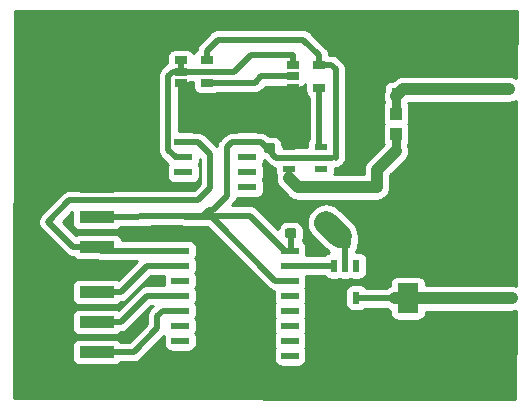
<source format=gbr>
G04 #@! TF.GenerationSoftware,KiCad,Pcbnew,5.1.5+dfsg1-2~bpo9+1*
G04 #@! TF.CreationDate,2021-01-21T19:04:52-05:00*
G04 #@! TF.ProjectId,delay_line,64656c61-795f-46c6-996e-652e6b696361,rev?*
G04 #@! TF.SameCoordinates,PX4c02020PY5867d60*
G04 #@! TF.FileFunction,Copper,L1,Top*
G04 #@! TF.FilePolarity,Positive*
%FSLAX46Y46*%
G04 Gerber Fmt 4.6, Leading zero omitted, Abs format (unit mm)*
G04 Created by KiCad (PCBNEW 5.1.5+dfsg1-2~bpo9+1) date 2021-01-21 19:04:52*
%MOMM*%
%LPD*%
G04 APERTURE LIST*
%ADD10R,0.797560X1.198880*%
%ADD11R,0.998220X1.099820*%
%ADD12C,0.150000*%
%ADD13R,1.500000X0.600000*%
%ADD14R,1.800000X2.500000*%
%ADD15R,1.550000X0.600000*%
%ADD16R,1.060000X0.650000*%
%ADD17R,2.999740X0.998220*%
%ADD18R,2.470000X2.800000*%
%ADD19R,1.050000X0.600000*%
%ADD20R,0.600000X1.050000*%
%ADD21C,0.500000*%
%ADD22C,2.000000*%
%ADD23C,1.000000*%
%ADD24C,0.750000*%
%ADD25C,0.254000*%
G04 APERTURE END LIST*
D10*
X30600840Y-7300000D03*
X32399160Y-7300000D03*
D11*
X32400000Y-8851640D03*
X32400000Y-10548360D03*
G04 #@! TA.AperFunction,SMDPad,CuDef*
D12*
G36*
X28352691Y-19326053D02*
G01*
X28373926Y-19329203D01*
X28394750Y-19334419D01*
X28414962Y-19341651D01*
X28434368Y-19350830D01*
X28452781Y-19361866D01*
X28470024Y-19374654D01*
X28485930Y-19389070D01*
X28500346Y-19404976D01*
X28513134Y-19422219D01*
X28524170Y-19440632D01*
X28533349Y-19460038D01*
X28540581Y-19480250D01*
X28545797Y-19501074D01*
X28548947Y-19522309D01*
X28550000Y-19543750D01*
X28550000Y-20056250D01*
X28548947Y-20077691D01*
X28545797Y-20098926D01*
X28540581Y-20119750D01*
X28533349Y-20139962D01*
X28524170Y-20159368D01*
X28513134Y-20177781D01*
X28500346Y-20195024D01*
X28485930Y-20210930D01*
X28470024Y-20225346D01*
X28452781Y-20238134D01*
X28434368Y-20249170D01*
X28414962Y-20258349D01*
X28394750Y-20265581D01*
X28373926Y-20270797D01*
X28352691Y-20273947D01*
X28331250Y-20275000D01*
X27893750Y-20275000D01*
X27872309Y-20273947D01*
X27851074Y-20270797D01*
X27830250Y-20265581D01*
X27810038Y-20258349D01*
X27790632Y-20249170D01*
X27772219Y-20238134D01*
X27754976Y-20225346D01*
X27739070Y-20210930D01*
X27724654Y-20195024D01*
X27711866Y-20177781D01*
X27700830Y-20159368D01*
X27691651Y-20139962D01*
X27684419Y-20119750D01*
X27679203Y-20098926D01*
X27676053Y-20077691D01*
X27675000Y-20056250D01*
X27675000Y-19543750D01*
X27676053Y-19522309D01*
X27679203Y-19501074D01*
X27684419Y-19480250D01*
X27691651Y-19460038D01*
X27700830Y-19440632D01*
X27711866Y-19422219D01*
X27724654Y-19404976D01*
X27739070Y-19389070D01*
X27754976Y-19374654D01*
X27772219Y-19361866D01*
X27790632Y-19350830D01*
X27810038Y-19341651D01*
X27830250Y-19334419D01*
X27851074Y-19329203D01*
X27872309Y-19326053D01*
X27893750Y-19325000D01*
X28331250Y-19325000D01*
X28352691Y-19326053D01*
G37*
G04 #@! TD.AperFunction*
G04 #@! TA.AperFunction,SMDPad,CuDef*
G36*
X29927691Y-19326053D02*
G01*
X29948926Y-19329203D01*
X29969750Y-19334419D01*
X29989962Y-19341651D01*
X30009368Y-19350830D01*
X30027781Y-19361866D01*
X30045024Y-19374654D01*
X30060930Y-19389070D01*
X30075346Y-19404976D01*
X30088134Y-19422219D01*
X30099170Y-19440632D01*
X30108349Y-19460038D01*
X30115581Y-19480250D01*
X30120797Y-19501074D01*
X30123947Y-19522309D01*
X30125000Y-19543750D01*
X30125000Y-20056250D01*
X30123947Y-20077691D01*
X30120797Y-20098926D01*
X30115581Y-20119750D01*
X30108349Y-20139962D01*
X30099170Y-20159368D01*
X30088134Y-20177781D01*
X30075346Y-20195024D01*
X30060930Y-20210930D01*
X30045024Y-20225346D01*
X30027781Y-20238134D01*
X30009368Y-20249170D01*
X29989962Y-20258349D01*
X29969750Y-20265581D01*
X29948926Y-20270797D01*
X29927691Y-20273947D01*
X29906250Y-20275000D01*
X29468750Y-20275000D01*
X29447309Y-20273947D01*
X29426074Y-20270797D01*
X29405250Y-20265581D01*
X29385038Y-20258349D01*
X29365632Y-20249170D01*
X29347219Y-20238134D01*
X29329976Y-20225346D01*
X29314070Y-20210930D01*
X29299654Y-20195024D01*
X29286866Y-20177781D01*
X29275830Y-20159368D01*
X29266651Y-20139962D01*
X29259419Y-20119750D01*
X29254203Y-20098926D01*
X29251053Y-20077691D01*
X29250000Y-20056250D01*
X29250000Y-19543750D01*
X29251053Y-19522309D01*
X29254203Y-19501074D01*
X29259419Y-19480250D01*
X29266651Y-19460038D01*
X29275830Y-19440632D01*
X29286866Y-19422219D01*
X29299654Y-19404976D01*
X29314070Y-19389070D01*
X29329976Y-19374654D01*
X29347219Y-19361866D01*
X29365632Y-19350830D01*
X29385038Y-19341651D01*
X29405250Y-19334419D01*
X29426074Y-19329203D01*
X29447309Y-19326053D01*
X29468750Y-19325000D01*
X29906250Y-19325000D01*
X29927691Y-19326053D01*
G37*
G04 #@! TD.AperFunction*
D13*
X14150000Y-20455000D03*
X14150000Y-21725000D03*
X14150000Y-22995000D03*
X14150000Y-24265000D03*
X14150000Y-25535000D03*
X14150000Y-26805000D03*
X14150000Y-28075000D03*
X14150000Y-29345000D03*
X23450000Y-29345000D03*
X23450000Y-28075000D03*
X23450000Y-26805000D03*
X23450000Y-25535000D03*
X23450000Y-24265000D03*
X23450000Y-22995000D03*
X23450000Y-21725000D03*
X23450000Y-20455000D03*
D14*
X33400000Y-24500000D03*
X33400000Y-28500000D03*
G04 #@! TA.AperFunction,SMDPad,CuDef*
D12*
G36*
X21977691Y-11351053D02*
G01*
X21998926Y-11354203D01*
X22019750Y-11359419D01*
X22039962Y-11366651D01*
X22059368Y-11375830D01*
X22077781Y-11386866D01*
X22095024Y-11399654D01*
X22110930Y-11414070D01*
X22125346Y-11429976D01*
X22138134Y-11447219D01*
X22149170Y-11465632D01*
X22158349Y-11485038D01*
X22165581Y-11505250D01*
X22170797Y-11526074D01*
X22173947Y-11547309D01*
X22175000Y-11568750D01*
X22175000Y-12006250D01*
X22173947Y-12027691D01*
X22170797Y-12048926D01*
X22165581Y-12069750D01*
X22158349Y-12089962D01*
X22149170Y-12109368D01*
X22138134Y-12127781D01*
X22125346Y-12145024D01*
X22110930Y-12160930D01*
X22095024Y-12175346D01*
X22077781Y-12188134D01*
X22059368Y-12199170D01*
X22039962Y-12208349D01*
X22019750Y-12215581D01*
X21998926Y-12220797D01*
X21977691Y-12223947D01*
X21956250Y-12225000D01*
X21443750Y-12225000D01*
X21422309Y-12223947D01*
X21401074Y-12220797D01*
X21380250Y-12215581D01*
X21360038Y-12208349D01*
X21340632Y-12199170D01*
X21322219Y-12188134D01*
X21304976Y-12175346D01*
X21289070Y-12160930D01*
X21274654Y-12145024D01*
X21261866Y-12127781D01*
X21250830Y-12109368D01*
X21241651Y-12089962D01*
X21234419Y-12069750D01*
X21229203Y-12048926D01*
X21226053Y-12027691D01*
X21225000Y-12006250D01*
X21225000Y-11568750D01*
X21226053Y-11547309D01*
X21229203Y-11526074D01*
X21234419Y-11505250D01*
X21241651Y-11485038D01*
X21250830Y-11465632D01*
X21261866Y-11447219D01*
X21274654Y-11429976D01*
X21289070Y-11414070D01*
X21304976Y-11399654D01*
X21322219Y-11386866D01*
X21340632Y-11375830D01*
X21360038Y-11366651D01*
X21380250Y-11359419D01*
X21401074Y-11354203D01*
X21422309Y-11351053D01*
X21443750Y-11350000D01*
X21956250Y-11350000D01*
X21977691Y-11351053D01*
G37*
G04 #@! TD.AperFunction*
G04 #@! TA.AperFunction,SMDPad,CuDef*
G36*
X21977691Y-9776053D02*
G01*
X21998926Y-9779203D01*
X22019750Y-9784419D01*
X22039962Y-9791651D01*
X22059368Y-9800830D01*
X22077781Y-9811866D01*
X22095024Y-9824654D01*
X22110930Y-9839070D01*
X22125346Y-9854976D01*
X22138134Y-9872219D01*
X22149170Y-9890632D01*
X22158349Y-9910038D01*
X22165581Y-9930250D01*
X22170797Y-9951074D01*
X22173947Y-9972309D01*
X22175000Y-9993750D01*
X22175000Y-10431250D01*
X22173947Y-10452691D01*
X22170797Y-10473926D01*
X22165581Y-10494750D01*
X22158349Y-10514962D01*
X22149170Y-10534368D01*
X22138134Y-10552781D01*
X22125346Y-10570024D01*
X22110930Y-10585930D01*
X22095024Y-10600346D01*
X22077781Y-10613134D01*
X22059368Y-10624170D01*
X22039962Y-10633349D01*
X22019750Y-10640581D01*
X21998926Y-10645797D01*
X21977691Y-10648947D01*
X21956250Y-10650000D01*
X21443750Y-10650000D01*
X21422309Y-10648947D01*
X21401074Y-10645797D01*
X21380250Y-10640581D01*
X21360038Y-10633349D01*
X21340632Y-10624170D01*
X21322219Y-10613134D01*
X21304976Y-10600346D01*
X21289070Y-10585930D01*
X21274654Y-10570024D01*
X21261866Y-10552781D01*
X21250830Y-10534368D01*
X21241651Y-10514962D01*
X21234419Y-10494750D01*
X21229203Y-10473926D01*
X21226053Y-10452691D01*
X21225000Y-10431250D01*
X21225000Y-9993750D01*
X21226053Y-9972309D01*
X21229203Y-9951074D01*
X21234419Y-9930250D01*
X21241651Y-9910038D01*
X21250830Y-9890632D01*
X21261866Y-9872219D01*
X21274654Y-9854976D01*
X21289070Y-9839070D01*
X21304976Y-9824654D01*
X21322219Y-9811866D01*
X21340632Y-9800830D01*
X21360038Y-9791651D01*
X21380250Y-9784419D01*
X21401074Y-9779203D01*
X21422309Y-9776053D01*
X21443750Y-9775000D01*
X21956250Y-9775000D01*
X21977691Y-9776053D01*
G37*
G04 #@! TD.AperFunction*
D15*
X14400000Y-11295000D03*
X14400000Y-12565000D03*
X14400000Y-13835000D03*
X14400000Y-15105000D03*
X19800000Y-15105000D03*
X19800000Y-13835000D03*
X19800000Y-12565000D03*
X19800000Y-11295000D03*
G04 #@! TA.AperFunction,SMDPad,CuDef*
D12*
G36*
X23777691Y-18551053D02*
G01*
X23798926Y-18554203D01*
X23819750Y-18559419D01*
X23839962Y-18566651D01*
X23859368Y-18575830D01*
X23877781Y-18586866D01*
X23895024Y-18599654D01*
X23910930Y-18614070D01*
X23925346Y-18629976D01*
X23938134Y-18647219D01*
X23949170Y-18665632D01*
X23958349Y-18685038D01*
X23965581Y-18705250D01*
X23970797Y-18726074D01*
X23973947Y-18747309D01*
X23975000Y-18768750D01*
X23975000Y-19206250D01*
X23973947Y-19227691D01*
X23970797Y-19248926D01*
X23965581Y-19269750D01*
X23958349Y-19289962D01*
X23949170Y-19309368D01*
X23938134Y-19327781D01*
X23925346Y-19345024D01*
X23910930Y-19360930D01*
X23895024Y-19375346D01*
X23877781Y-19388134D01*
X23859368Y-19399170D01*
X23839962Y-19408349D01*
X23819750Y-19415581D01*
X23798926Y-19420797D01*
X23777691Y-19423947D01*
X23756250Y-19425000D01*
X23243750Y-19425000D01*
X23222309Y-19423947D01*
X23201074Y-19420797D01*
X23180250Y-19415581D01*
X23160038Y-19408349D01*
X23140632Y-19399170D01*
X23122219Y-19388134D01*
X23104976Y-19375346D01*
X23089070Y-19360930D01*
X23074654Y-19345024D01*
X23061866Y-19327781D01*
X23050830Y-19309368D01*
X23041651Y-19289962D01*
X23034419Y-19269750D01*
X23029203Y-19248926D01*
X23026053Y-19227691D01*
X23025000Y-19206250D01*
X23025000Y-18768750D01*
X23026053Y-18747309D01*
X23029203Y-18726074D01*
X23034419Y-18705250D01*
X23041651Y-18685038D01*
X23050830Y-18665632D01*
X23061866Y-18647219D01*
X23074654Y-18629976D01*
X23089070Y-18614070D01*
X23104976Y-18599654D01*
X23122219Y-18586866D01*
X23140632Y-18575830D01*
X23160038Y-18566651D01*
X23180250Y-18559419D01*
X23201074Y-18554203D01*
X23222309Y-18551053D01*
X23243750Y-18550000D01*
X23756250Y-18550000D01*
X23777691Y-18551053D01*
G37*
G04 #@! TD.AperFunction*
G04 #@! TA.AperFunction,SMDPad,CuDef*
G36*
X23777691Y-16976053D02*
G01*
X23798926Y-16979203D01*
X23819750Y-16984419D01*
X23839962Y-16991651D01*
X23859368Y-17000830D01*
X23877781Y-17011866D01*
X23895024Y-17024654D01*
X23910930Y-17039070D01*
X23925346Y-17054976D01*
X23938134Y-17072219D01*
X23949170Y-17090632D01*
X23958349Y-17110038D01*
X23965581Y-17130250D01*
X23970797Y-17151074D01*
X23973947Y-17172309D01*
X23975000Y-17193750D01*
X23975000Y-17631250D01*
X23973947Y-17652691D01*
X23970797Y-17673926D01*
X23965581Y-17694750D01*
X23958349Y-17714962D01*
X23949170Y-17734368D01*
X23938134Y-17752781D01*
X23925346Y-17770024D01*
X23910930Y-17785930D01*
X23895024Y-17800346D01*
X23877781Y-17813134D01*
X23859368Y-17824170D01*
X23839962Y-17833349D01*
X23819750Y-17840581D01*
X23798926Y-17845797D01*
X23777691Y-17848947D01*
X23756250Y-17850000D01*
X23243750Y-17850000D01*
X23222309Y-17848947D01*
X23201074Y-17845797D01*
X23180250Y-17840581D01*
X23160038Y-17833349D01*
X23140632Y-17824170D01*
X23122219Y-17813134D01*
X23104976Y-17800346D01*
X23089070Y-17785930D01*
X23074654Y-17770024D01*
X23061866Y-17752781D01*
X23050830Y-17734368D01*
X23041651Y-17714962D01*
X23034419Y-17694750D01*
X23029203Y-17673926D01*
X23026053Y-17652691D01*
X23025000Y-17631250D01*
X23025000Y-17193750D01*
X23026053Y-17172309D01*
X23029203Y-17151074D01*
X23034419Y-17130250D01*
X23041651Y-17110038D01*
X23050830Y-17090632D01*
X23061866Y-17072219D01*
X23074654Y-17054976D01*
X23089070Y-17039070D01*
X23104976Y-17024654D01*
X23122219Y-17011866D01*
X23140632Y-17000830D01*
X23160038Y-16991651D01*
X23180250Y-16984419D01*
X23201074Y-16979203D01*
X23222309Y-16976053D01*
X23243750Y-16975000D01*
X23756250Y-16975000D01*
X23777691Y-16976053D01*
G37*
G04 #@! TD.AperFunction*
D16*
X14200000Y-4350000D03*
X14200000Y-5300000D03*
X14200000Y-6250000D03*
X16400000Y-6250000D03*
X16400000Y-4350000D03*
D17*
X7100000Y-15060000D03*
X7100000Y-17600000D03*
X7100000Y-20140000D03*
D16*
X23700000Y-4750000D03*
X23700000Y-5700000D03*
X23700000Y-6650000D03*
X25900000Y-6650000D03*
X25900000Y-4750000D03*
D17*
X7100000Y-23960000D03*
X7100000Y-26500000D03*
X7100000Y-29040000D03*
D18*
X10425000Y-8800000D03*
X15800000Y-8800000D03*
D19*
X23350000Y-13550000D03*
X23350000Y-11650000D03*
X26050000Y-11650000D03*
X26050000Y-12600000D03*
X26050000Y-13550000D03*
D20*
X29050000Y-24450000D03*
X27150000Y-24450000D03*
X27150000Y-21750000D03*
X28100000Y-21750000D03*
X29050000Y-21750000D03*
D21*
X18100000Y-11720000D02*
X18525000Y-11295000D01*
X23450000Y-22995000D02*
X22200000Y-22995000D01*
X23000000Y-20455000D02*
X20045000Y-17500000D01*
X16805000Y-17600000D02*
X14700000Y-17600000D01*
X27300000Y-12574999D02*
X27300000Y-5120000D01*
X24575000Y-2600000D02*
X25900000Y-3925000D01*
X23450000Y-20455000D02*
X23000000Y-20455000D01*
X27025001Y-12574999D02*
X27000000Y-12600000D01*
X18100000Y-15800000D02*
X18100000Y-11720000D01*
X14700000Y-17600000D02*
X14200000Y-17500000D01*
X20975000Y-11295000D02*
X20500000Y-11295000D01*
X22280000Y-12600000D02*
X20975000Y-11295000D01*
X19800000Y-11295000D02*
X18525000Y-11295000D01*
X27300000Y-5120000D02*
X26930000Y-4750000D01*
X22200000Y-22995000D02*
X16805000Y-17600000D01*
X16900000Y-17000000D02*
X18100000Y-15800000D01*
X16400000Y-3525000D02*
X17325000Y-2600000D01*
X16400000Y-4350000D02*
X16400000Y-3525000D01*
X20045000Y-17500000D02*
X14200000Y-17500000D01*
X23500000Y-20405000D02*
X23450000Y-20455000D01*
X17325000Y-2600000D02*
X24575000Y-2600000D01*
X26930000Y-4750000D02*
X25900000Y-4750000D01*
X26050000Y-12600000D02*
X22280000Y-12600000D01*
X14200000Y-17500000D02*
X7100000Y-17600000D01*
X16000000Y-17600000D02*
X14700000Y-17600000D01*
X16600000Y-17000000D02*
X16900000Y-17000000D01*
X23500000Y-18987500D02*
X23500000Y-20405000D01*
X16600000Y-17000000D02*
X16000000Y-17600000D01*
X27000000Y-12600000D02*
X26050000Y-12600000D01*
X25900000Y-3925000D02*
X25900000Y-4750000D01*
X14400000Y-15105000D02*
X7145000Y-15105000D01*
X7145000Y-15105000D02*
X7100000Y-15060000D01*
X28100000Y-21750000D02*
X28100000Y-19812500D01*
D22*
X27625000Y-19225000D02*
X26500000Y-18100000D01*
D21*
X28100000Y-19812500D02*
X28112500Y-19800000D01*
D23*
X28112500Y-19800000D02*
X28112500Y-19325000D01*
X32300000Y-24500000D02*
X37500000Y-24500000D01*
D21*
X33400000Y-24500000D02*
X32300000Y-24500000D01*
X29100000Y-24500000D02*
X29050000Y-24450000D01*
D23*
X37500000Y-24500000D02*
X41300000Y-24500000D01*
D21*
X32300000Y-24500000D02*
X29100000Y-24500000D01*
D23*
X37500000Y-24500000D02*
X38000000Y-24500000D01*
X40700000Y-24500000D02*
X42200000Y-24500000D01*
D21*
X2960130Y-18000000D02*
X5100130Y-20140000D01*
X15639870Y-16200000D02*
X4760130Y-16200000D01*
X16700000Y-15139870D02*
X15639870Y-16200000D01*
X14400000Y-11295000D02*
X15675000Y-11295000D01*
X14150000Y-20455000D02*
X7415000Y-20455000D01*
X7415000Y-20455000D02*
X7100000Y-20140000D01*
X4760130Y-16200000D02*
X2960130Y-18000000D01*
X15675000Y-11295000D02*
X16700000Y-12320000D01*
X16700000Y-12320000D02*
X16700000Y-15139870D01*
X5100130Y-20140000D02*
X7100000Y-20140000D01*
X12900000Y-21725000D02*
X14150000Y-21725000D01*
X11334870Y-21725000D02*
X12900000Y-21725000D01*
X7100000Y-23960000D02*
X9099870Y-23960000D01*
X9099870Y-23960000D02*
X11334870Y-21725000D01*
X9099870Y-26500000D02*
X11334870Y-24265000D01*
X12900000Y-24265000D02*
X14150000Y-24265000D01*
X7100000Y-26500000D02*
X9099870Y-26500000D01*
X11334870Y-24265000D02*
X12900000Y-24265000D01*
X12665000Y-25535000D02*
X14150000Y-25535000D01*
X12200000Y-26000000D02*
X12665000Y-25535000D01*
X10195000Y-29040000D02*
X12200000Y-27035000D01*
X12200000Y-27035000D02*
X12200000Y-26000000D01*
X7100000Y-29040000D02*
X10195000Y-29040000D01*
X27125000Y-21725000D02*
X27150000Y-21750000D01*
X23450000Y-21725000D02*
X27125000Y-21725000D01*
X20100000Y-3900000D02*
X18700000Y-5300000D01*
X18700000Y-5300000D02*
X15230000Y-5300000D01*
X13765000Y-12565000D02*
X14400000Y-12565000D01*
X13125000Y-11925000D02*
X13765000Y-12565000D01*
X23700000Y-3925000D02*
X23675000Y-3900000D01*
X23675000Y-3900000D02*
X20100000Y-3900000D01*
X23700000Y-4750000D02*
X23700000Y-3925000D01*
X15230000Y-5300000D02*
X14200000Y-5300000D01*
X13484998Y-5300000D02*
X13125000Y-5659998D01*
X14200000Y-5300000D02*
X13484998Y-5300000D01*
X13125000Y-5659998D02*
X13125000Y-11925000D01*
X14200000Y-4350000D02*
X14200000Y-5300000D01*
X16400000Y-6250000D02*
X20450000Y-6250000D01*
X20450000Y-6250000D02*
X21000000Y-5700000D01*
X23024961Y-5700000D02*
X23700000Y-5700000D01*
X21000000Y-5700000D02*
X23024961Y-5700000D01*
X25900000Y-11500000D02*
X26050000Y-11650000D01*
X25900000Y-8750000D02*
X25900000Y-11500000D01*
X25900000Y-8750000D02*
X25900000Y-6650000D01*
D23*
X30800000Y-13600000D02*
X30800000Y-15100000D01*
X39800000Y-6800000D02*
X33000000Y-6800000D01*
X32400000Y-12000000D02*
X30800000Y-13600000D01*
X33000000Y-6800000D02*
X32400000Y-7400000D01*
D24*
X32399160Y-8850800D02*
X32400000Y-8851640D01*
X32399160Y-7300000D02*
X32399160Y-8850800D01*
D23*
X39000000Y-6800000D02*
X42000000Y-6800000D01*
D24*
X32400000Y-10548360D02*
X32400000Y-12000000D01*
D21*
X23350000Y-13550000D02*
X23350000Y-14350000D01*
D23*
X24100000Y-15100000D02*
X23350000Y-14350000D01*
X30800000Y-15100000D02*
X24100000Y-15100000D01*
D25*
G36*
X42622616Y-201925D02*
G01*
X42605539Y-5845776D01*
X42433371Y-5753750D01*
X42220931Y-5689307D01*
X42055365Y-5673000D01*
X33055354Y-5673000D01*
X32999999Y-5667548D01*
X32944645Y-5673000D01*
X32944635Y-5673000D01*
X32779069Y-5689307D01*
X32566629Y-5753750D01*
X32370843Y-5858400D01*
X32199235Y-5999235D01*
X32163940Y-6042242D01*
X32135655Y-6070527D01*
X32000380Y-6070527D01*
X31877467Y-6082633D01*
X31759277Y-6118485D01*
X31650352Y-6176707D01*
X31554879Y-6255059D01*
X31476527Y-6350532D01*
X31418305Y-6459457D01*
X31382453Y-6577647D01*
X31370347Y-6700560D01*
X31370347Y-6935579D01*
X31353750Y-6966630D01*
X31289308Y-7179070D01*
X31267548Y-7400000D01*
X31289308Y-7620930D01*
X31353750Y-7833370D01*
X31370347Y-7864421D01*
X31370347Y-7899440D01*
X31375734Y-7954139D01*
X31318815Y-8060627D01*
X31282963Y-8178817D01*
X31270857Y-8301730D01*
X31270857Y-9401550D01*
X31282963Y-9524463D01*
X31318815Y-9642653D01*
X31349468Y-9700000D01*
X31318815Y-9757347D01*
X31282963Y-9875537D01*
X31270857Y-9998450D01*
X31270857Y-11098270D01*
X31282963Y-11221183D01*
X31318815Y-11339373D01*
X31370365Y-11435816D01*
X30042241Y-12763941D01*
X29999235Y-12799235D01*
X29858400Y-12970843D01*
X29753750Y-13166630D01*
X29689307Y-13379070D01*
X29673000Y-13544636D01*
X29673000Y-13544646D01*
X29667548Y-13600000D01*
X29673000Y-13655354D01*
X29673000Y-13973000D01*
X27192901Y-13973000D01*
X27192927Y-13972913D01*
X27205033Y-13850000D01*
X27205033Y-13454266D01*
X27223392Y-13448697D01*
X27300000Y-13456242D01*
X27471921Y-13439309D01*
X27637236Y-13389161D01*
X27789591Y-13307726D01*
X27923133Y-13198132D01*
X28032727Y-13064591D01*
X28114162Y-12912236D01*
X28164310Y-12746921D01*
X28177000Y-12618078D01*
X28177000Y-5163079D01*
X28181243Y-5119999D01*
X28164310Y-4948077D01*
X28114162Y-4782763D01*
X28096650Y-4750000D01*
X28032727Y-4630408D01*
X27923133Y-4496867D01*
X27889668Y-4469403D01*
X27580597Y-4160332D01*
X27553133Y-4126867D01*
X27419592Y-4017273D01*
X27267237Y-3935838D01*
X27101922Y-3885690D01*
X26973079Y-3873000D01*
X26930000Y-3868757D01*
X26886921Y-3873000D01*
X26776121Y-3873000D01*
X26764310Y-3753077D01*
X26714162Y-3587763D01*
X26686408Y-3535838D01*
X26632727Y-3435408D01*
X26565161Y-3353078D01*
X26550594Y-3335328D01*
X26550592Y-3335326D01*
X26523133Y-3301867D01*
X26489675Y-3274409D01*
X25225597Y-2010331D01*
X25198133Y-1976867D01*
X25064592Y-1867273D01*
X24912237Y-1785838D01*
X24746922Y-1735690D01*
X24618079Y-1723000D01*
X24575000Y-1718757D01*
X24531921Y-1723000D01*
X17368079Y-1723000D01*
X17325000Y-1718757D01*
X17153077Y-1735690D01*
X16987763Y-1785838D01*
X16835408Y-1867273D01*
X16701867Y-1976867D01*
X16674403Y-2010332D01*
X15810327Y-2874408D01*
X15776868Y-2901867D01*
X15749409Y-2935326D01*
X15749406Y-2935329D01*
X15667274Y-3035408D01*
X15585838Y-3187764D01*
X15535690Y-3353078D01*
X15521169Y-3500507D01*
X15519972Y-3501147D01*
X15424499Y-3579499D01*
X15346147Y-3674972D01*
X15300000Y-3761306D01*
X15253853Y-3674972D01*
X15175501Y-3579499D01*
X15080028Y-3501147D01*
X14971103Y-3442925D01*
X14852913Y-3407073D01*
X14730000Y-3394967D01*
X13670000Y-3394967D01*
X13547087Y-3407073D01*
X13428897Y-3442925D01*
X13319972Y-3501147D01*
X13224499Y-3579499D01*
X13146147Y-3674972D01*
X13087925Y-3783897D01*
X13052073Y-3902087D01*
X13039967Y-4025000D01*
X13039967Y-4543455D01*
X12995406Y-4567273D01*
X12861865Y-4676867D01*
X12834404Y-4710329D01*
X12535332Y-5009401D01*
X12501867Y-5036865D01*
X12392273Y-5170407D01*
X12323004Y-5300001D01*
X12310838Y-5322762D01*
X12260690Y-5488076D01*
X12243757Y-5659998D01*
X12248000Y-5703078D01*
X12248001Y-11881910D01*
X12243757Y-11925000D01*
X12260690Y-12096922D01*
X12310838Y-12262236D01*
X12392274Y-12414592D01*
X12474406Y-12514671D01*
X12474409Y-12514674D01*
X12501868Y-12548133D01*
X12535327Y-12575592D01*
X13032948Y-13073213D01*
X13042925Y-13106103D01*
X13093114Y-13200000D01*
X13042925Y-13293897D01*
X13007073Y-13412087D01*
X12994967Y-13535000D01*
X12994967Y-14135000D01*
X13007073Y-14257913D01*
X13042925Y-14376103D01*
X13101147Y-14485028D01*
X13179499Y-14580501D01*
X13274972Y-14658853D01*
X13383897Y-14717075D01*
X13502087Y-14752927D01*
X13625000Y-14765033D01*
X15175000Y-14765033D01*
X15297913Y-14752927D01*
X15416103Y-14717075D01*
X15525028Y-14658853D01*
X15620501Y-14580501D01*
X15698853Y-14485028D01*
X15757075Y-14376103D01*
X15792927Y-14257913D01*
X15805033Y-14135000D01*
X15805033Y-13535000D01*
X15792927Y-13412087D01*
X15757075Y-13293897D01*
X15706886Y-13200000D01*
X15757075Y-13106103D01*
X15792927Y-12987913D01*
X15805033Y-12865000D01*
X15805033Y-12665299D01*
X15823000Y-12683266D01*
X15823001Y-14776604D01*
X15276605Y-15323000D01*
X4803199Y-15323000D01*
X4760129Y-15318758D01*
X4717060Y-15323000D01*
X4717051Y-15323000D01*
X4588208Y-15335690D01*
X4422893Y-15385838D01*
X4270538Y-15467273D01*
X4136997Y-15576867D01*
X4109536Y-15610329D01*
X2370453Y-17349412D01*
X2336998Y-17376868D01*
X2309542Y-17410323D01*
X2309536Y-17410329D01*
X2235946Y-17500000D01*
X2227404Y-17510408D01*
X2145968Y-17662764D01*
X2095820Y-17828078D01*
X2078887Y-18000000D01*
X2095820Y-18171922D01*
X2145968Y-18337236D01*
X2227404Y-18489592D01*
X2309536Y-18589671D01*
X2309542Y-18589677D01*
X2336998Y-18623132D01*
X2370453Y-18650588D01*
X4449538Y-20729674D01*
X4476997Y-20763133D01*
X4610538Y-20872727D01*
X4681841Y-20910839D01*
X4762893Y-20954162D01*
X4928207Y-21004310D01*
X5100129Y-21021243D01*
X5102438Y-21021016D01*
X5154629Y-21084611D01*
X5250102Y-21162963D01*
X5359027Y-21221185D01*
X5477217Y-21257037D01*
X5600130Y-21269143D01*
X7077727Y-21269143D01*
X7077763Y-21269162D01*
X7243078Y-21319310D01*
X7371921Y-21332000D01*
X7371930Y-21332000D01*
X7414999Y-21336242D01*
X7458069Y-21332000D01*
X10487605Y-21332000D01*
X8906021Y-22913584D01*
X8840973Y-22878815D01*
X8722783Y-22842963D01*
X8599870Y-22830857D01*
X5600130Y-22830857D01*
X5477217Y-22842963D01*
X5359027Y-22878815D01*
X5250102Y-22937037D01*
X5154629Y-23015389D01*
X5076277Y-23110862D01*
X5018055Y-23219787D01*
X4982203Y-23337977D01*
X4970097Y-23460890D01*
X4970097Y-24459110D01*
X4982203Y-24582023D01*
X5018055Y-24700213D01*
X5076277Y-24809138D01*
X5154629Y-24904611D01*
X5250102Y-24982963D01*
X5359027Y-25041185D01*
X5477217Y-25077037D01*
X5600130Y-25089143D01*
X8599870Y-25089143D01*
X8722783Y-25077037D01*
X8840973Y-25041185D01*
X8949898Y-24982963D01*
X9045371Y-24904611D01*
X9097562Y-24841016D01*
X9099870Y-24841243D01*
X9142949Y-24837000D01*
X9271792Y-24824310D01*
X9437107Y-24774162D01*
X9589462Y-24692727D01*
X9723003Y-24583133D01*
X9750467Y-24549668D01*
X11698135Y-22602000D01*
X12779127Y-22602000D01*
X12769967Y-22695000D01*
X12769967Y-23295000D01*
X12779127Y-23388000D01*
X11377939Y-23388000D01*
X11334869Y-23383758D01*
X11291800Y-23388000D01*
X11291791Y-23388000D01*
X11162948Y-23400690D01*
X10997633Y-23450838D01*
X10845278Y-23532273D01*
X10711737Y-23641867D01*
X10684273Y-23675332D01*
X8906021Y-25453584D01*
X8840973Y-25418815D01*
X8722783Y-25382963D01*
X8599870Y-25370857D01*
X5600130Y-25370857D01*
X5477217Y-25382963D01*
X5359027Y-25418815D01*
X5250102Y-25477037D01*
X5154629Y-25555389D01*
X5076277Y-25650862D01*
X5018055Y-25759787D01*
X4982203Y-25877977D01*
X4970097Y-26000890D01*
X4970097Y-26999110D01*
X4982203Y-27122023D01*
X5018055Y-27240213D01*
X5076277Y-27349138D01*
X5154629Y-27444611D01*
X5250102Y-27522963D01*
X5359027Y-27581185D01*
X5477217Y-27617037D01*
X5600130Y-27629143D01*
X8599870Y-27629143D01*
X8722783Y-27617037D01*
X8840973Y-27581185D01*
X8949898Y-27522963D01*
X9045371Y-27444611D01*
X9097562Y-27381016D01*
X9099870Y-27381243D01*
X9142949Y-27377000D01*
X9191309Y-27372237D01*
X9271792Y-27364310D01*
X9331812Y-27346103D01*
X9437107Y-27314162D01*
X9589462Y-27232727D01*
X9723003Y-27123133D01*
X9750467Y-27089668D01*
X11698135Y-25142000D01*
X11817736Y-25142000D01*
X11610328Y-25349407D01*
X11576868Y-25376867D01*
X11549409Y-25410326D01*
X11549406Y-25410329D01*
X11467274Y-25510408D01*
X11385838Y-25662764D01*
X11335690Y-25828078D01*
X11318757Y-26000000D01*
X11323001Y-26043089D01*
X11323000Y-26671735D01*
X9831735Y-28163000D01*
X9100857Y-28163000D01*
X9045371Y-28095389D01*
X8949898Y-28017037D01*
X8840973Y-27958815D01*
X8722783Y-27922963D01*
X8599870Y-27910857D01*
X5600130Y-27910857D01*
X5477217Y-27922963D01*
X5359027Y-27958815D01*
X5250102Y-28017037D01*
X5154629Y-28095389D01*
X5076277Y-28190862D01*
X5018055Y-28299787D01*
X4982203Y-28417977D01*
X4970097Y-28540890D01*
X4970097Y-29539110D01*
X4982203Y-29662023D01*
X5018055Y-29780213D01*
X5076277Y-29889138D01*
X5154629Y-29984611D01*
X5250102Y-30062963D01*
X5359027Y-30121185D01*
X5477217Y-30157037D01*
X5600130Y-30169143D01*
X8599870Y-30169143D01*
X8722783Y-30157037D01*
X8840973Y-30121185D01*
X8949898Y-30062963D01*
X9045371Y-29984611D01*
X9100857Y-29917000D01*
X10151921Y-29917000D01*
X10195000Y-29921243D01*
X10238079Y-29917000D01*
X10366922Y-29904310D01*
X10532237Y-29854162D01*
X10684592Y-29772727D01*
X10818133Y-29663133D01*
X10845597Y-29629668D01*
X12777582Y-27697683D01*
X12769967Y-27775000D01*
X12769967Y-28375000D01*
X12782073Y-28497913D01*
X12817925Y-28616103D01*
X12876147Y-28725028D01*
X12954499Y-28820501D01*
X13049972Y-28898853D01*
X13158897Y-28957075D01*
X13277087Y-28992927D01*
X13400000Y-29005033D01*
X14900000Y-29005033D01*
X15022913Y-28992927D01*
X15141103Y-28957075D01*
X15250028Y-28898853D01*
X15345501Y-28820501D01*
X15423853Y-28725028D01*
X15482075Y-28616103D01*
X15517927Y-28497913D01*
X15530033Y-28375000D01*
X15530033Y-27775000D01*
X15517927Y-27652087D01*
X15482075Y-27533897D01*
X15431886Y-27440000D01*
X15482075Y-27346103D01*
X15517927Y-27227913D01*
X15530033Y-27105000D01*
X15530033Y-26505000D01*
X15517927Y-26382087D01*
X15482075Y-26263897D01*
X15431886Y-26170000D01*
X15482075Y-26076103D01*
X15517927Y-25957913D01*
X15530033Y-25835000D01*
X15530033Y-25235000D01*
X15517927Y-25112087D01*
X15482075Y-24993897D01*
X15431886Y-24900000D01*
X15482075Y-24806103D01*
X15517927Y-24687913D01*
X15530033Y-24565000D01*
X15530033Y-23965000D01*
X15517927Y-23842087D01*
X15482075Y-23723897D01*
X15431886Y-23630000D01*
X15482075Y-23536103D01*
X15517927Y-23417913D01*
X15530033Y-23295000D01*
X15530033Y-22695000D01*
X15517927Y-22572087D01*
X15482075Y-22453897D01*
X15431886Y-22360000D01*
X15482075Y-22266103D01*
X15517927Y-22147913D01*
X15530033Y-22025000D01*
X15530033Y-21425000D01*
X15517927Y-21302087D01*
X15482075Y-21183897D01*
X15431886Y-21090000D01*
X15482075Y-20996103D01*
X15517927Y-20877913D01*
X15530033Y-20755000D01*
X15530033Y-20155000D01*
X15517927Y-20032087D01*
X15482075Y-19913897D01*
X15423853Y-19804972D01*
X15345501Y-19709499D01*
X15250028Y-19631147D01*
X15141103Y-19572925D01*
X15022913Y-19537073D01*
X14900000Y-19524967D01*
X13400000Y-19524967D01*
X13277087Y-19537073D01*
X13158897Y-19572925D01*
X13149402Y-19578000D01*
X9223709Y-19578000D01*
X9217797Y-19517977D01*
X9181945Y-19399787D01*
X9123723Y-19290862D01*
X9045371Y-19195389D01*
X8949898Y-19117037D01*
X8840973Y-19058815D01*
X8722783Y-19022963D01*
X8599870Y-19010857D01*
X5600130Y-19010857D01*
X5477217Y-19022963D01*
X5359027Y-19058815D01*
X5293980Y-19093584D01*
X4200395Y-18000000D01*
X4970097Y-17230298D01*
X4970097Y-18099110D01*
X4982203Y-18222023D01*
X5018055Y-18340213D01*
X5076277Y-18449138D01*
X5154629Y-18544611D01*
X5250102Y-18622963D01*
X5359027Y-18681185D01*
X5477217Y-18717037D01*
X5600130Y-18729143D01*
X8599870Y-18729143D01*
X8722783Y-18717037D01*
X8840973Y-18681185D01*
X8949898Y-18622963D01*
X9045371Y-18544611D01*
X9123723Y-18449138D01*
X9124022Y-18448579D01*
X14119281Y-18378224D01*
X14486210Y-18451609D01*
X14528078Y-18464310D01*
X14614117Y-18472784D01*
X14699078Y-18481242D01*
X14742614Y-18477000D01*
X15956921Y-18477000D01*
X16000000Y-18481243D01*
X16043079Y-18477000D01*
X16441735Y-18477000D01*
X21549403Y-23584668D01*
X21576867Y-23618133D01*
X21710408Y-23727727D01*
X21862763Y-23809162D01*
X22028078Y-23859310D01*
X22079874Y-23864412D01*
X22069967Y-23965000D01*
X22069967Y-24565000D01*
X22082073Y-24687913D01*
X22117925Y-24806103D01*
X22168114Y-24900000D01*
X22117925Y-24993897D01*
X22082073Y-25112087D01*
X22069967Y-25235000D01*
X22069967Y-25835000D01*
X22082073Y-25957913D01*
X22117925Y-26076103D01*
X22168114Y-26170000D01*
X22117925Y-26263897D01*
X22082073Y-26382087D01*
X22069967Y-26505000D01*
X22069967Y-27105000D01*
X22082073Y-27227913D01*
X22117925Y-27346103D01*
X22168114Y-27440000D01*
X22117925Y-27533897D01*
X22082073Y-27652087D01*
X22069967Y-27775000D01*
X22069967Y-28375000D01*
X22082073Y-28497913D01*
X22117925Y-28616103D01*
X22168114Y-28710000D01*
X22117925Y-28803897D01*
X22082073Y-28922087D01*
X22069967Y-29045000D01*
X22069967Y-29645000D01*
X22082073Y-29767913D01*
X22117925Y-29886103D01*
X22176147Y-29995028D01*
X22254499Y-30090501D01*
X22349972Y-30168853D01*
X22458897Y-30227075D01*
X22577087Y-30262927D01*
X22700000Y-30275033D01*
X24200000Y-30275033D01*
X24322913Y-30262927D01*
X24441103Y-30227075D01*
X24550028Y-30168853D01*
X24645501Y-30090501D01*
X24723853Y-29995028D01*
X24782075Y-29886103D01*
X24817927Y-29767913D01*
X24830033Y-29645000D01*
X24830033Y-29045000D01*
X24817927Y-28922087D01*
X24782075Y-28803897D01*
X24731886Y-28710000D01*
X24782075Y-28616103D01*
X24817927Y-28497913D01*
X24830033Y-28375000D01*
X24830033Y-27775000D01*
X24817927Y-27652087D01*
X24782075Y-27533897D01*
X24731886Y-27440000D01*
X24782075Y-27346103D01*
X24817927Y-27227913D01*
X24830033Y-27105000D01*
X24830033Y-26505000D01*
X24817927Y-26382087D01*
X24782075Y-26263897D01*
X24731886Y-26170000D01*
X24782075Y-26076103D01*
X24817927Y-25957913D01*
X24830033Y-25835000D01*
X24830033Y-25235000D01*
X24817927Y-25112087D01*
X24782075Y-24993897D01*
X24731886Y-24900000D01*
X24782075Y-24806103D01*
X24817927Y-24687913D01*
X24830033Y-24565000D01*
X24830033Y-23965000D01*
X24817927Y-23842087D01*
X24782075Y-23723897D01*
X24731886Y-23630000D01*
X24782075Y-23536103D01*
X24817927Y-23417913D01*
X24830033Y-23295000D01*
X24830033Y-22695000D01*
X24820873Y-22602000D01*
X26313838Y-22602000D01*
X26326147Y-22625028D01*
X26404499Y-22720501D01*
X26499972Y-22798853D01*
X26608897Y-22857075D01*
X26727087Y-22892927D01*
X26850000Y-22905033D01*
X27450000Y-22905033D01*
X27572913Y-22892927D01*
X27625000Y-22877127D01*
X27677087Y-22892927D01*
X27800000Y-22905033D01*
X28400000Y-22905033D01*
X28522913Y-22892927D01*
X28575000Y-22877127D01*
X28627087Y-22892927D01*
X28750000Y-22905033D01*
X29350000Y-22905033D01*
X29472913Y-22892927D01*
X29591103Y-22857075D01*
X29700028Y-22798853D01*
X29795501Y-22720501D01*
X29873853Y-22625028D01*
X29932075Y-22516103D01*
X29967927Y-22397913D01*
X29980033Y-22275000D01*
X29980033Y-21225000D01*
X29967927Y-21102087D01*
X29932075Y-20983897D01*
X29873853Y-20874972D01*
X29795501Y-20779499D01*
X29700028Y-20701147D01*
X29591103Y-20642925D01*
X29472913Y-20607073D01*
X29350000Y-20594967D01*
X28981872Y-20594967D01*
X29036987Y-20527809D01*
X29115423Y-20381065D01*
X29163724Y-20221839D01*
X29164434Y-20214635D01*
X29223193Y-20020931D01*
X29239500Y-19855365D01*
X29239500Y-19431827D01*
X29259871Y-19224999D01*
X29228457Y-18906052D01*
X29135424Y-18599360D01*
X28984346Y-18316714D01*
X28831978Y-18131052D01*
X27593947Y-16893022D01*
X27408285Y-16740654D01*
X27125638Y-16589576D01*
X26818947Y-16496543D01*
X26500000Y-16465129D01*
X26181053Y-16496543D01*
X25874362Y-16589576D01*
X25591715Y-16740654D01*
X25343971Y-16943971D01*
X25140654Y-17191715D01*
X24989576Y-17474362D01*
X24896543Y-17781053D01*
X24865129Y-18100000D01*
X24896543Y-18418947D01*
X24989576Y-18725638D01*
X25140654Y-19008285D01*
X25293022Y-19193947D01*
X26531052Y-20431978D01*
X26716714Y-20584346D01*
X26754231Y-20604399D01*
X26727087Y-20607073D01*
X26608897Y-20642925D01*
X26499972Y-20701147D01*
X26404499Y-20779499D01*
X26348282Y-20848000D01*
X24820873Y-20848000D01*
X24830033Y-20755000D01*
X24830033Y-20155000D01*
X24817927Y-20032087D01*
X24782075Y-19913897D01*
X24723853Y-19804972D01*
X24645501Y-19709499D01*
X24550028Y-19631147D01*
X24500950Y-19604914D01*
X24540423Y-19531065D01*
X24588724Y-19371839D01*
X24605033Y-19206250D01*
X24605033Y-18768750D01*
X24588724Y-18603161D01*
X24540423Y-18443935D01*
X24461987Y-18297191D01*
X24356430Y-18168570D01*
X24227809Y-18063013D01*
X24081065Y-17984577D01*
X23921839Y-17936276D01*
X23756250Y-17919967D01*
X23243750Y-17919967D01*
X23078161Y-17936276D01*
X22918935Y-17984577D01*
X22772191Y-18063013D01*
X22643570Y-18168570D01*
X22538013Y-18297191D01*
X22459577Y-18443935D01*
X22411276Y-18603161D01*
X22409227Y-18623962D01*
X20695597Y-16910332D01*
X20668133Y-16876867D01*
X20534592Y-16767273D01*
X20382237Y-16685838D01*
X20216922Y-16635690D01*
X20215105Y-16635511D01*
X20045000Y-16618757D01*
X20001921Y-16623000D01*
X18517265Y-16623000D01*
X18689669Y-16450596D01*
X18723133Y-16423133D01*
X18832727Y-16289592D01*
X18914162Y-16137237D01*
X18947481Y-16027398D01*
X19025000Y-16035033D01*
X20575000Y-16035033D01*
X20697913Y-16022927D01*
X20816103Y-15987075D01*
X20925028Y-15928853D01*
X21020501Y-15850501D01*
X21098853Y-15755028D01*
X21157075Y-15646103D01*
X21192927Y-15527913D01*
X21205033Y-15405000D01*
X21205033Y-14805000D01*
X21192927Y-14682087D01*
X21157075Y-14563897D01*
X21106886Y-14470000D01*
X21157075Y-14376103D01*
X21192927Y-14257913D01*
X21205033Y-14135000D01*
X21205033Y-13535000D01*
X21192927Y-13412087D01*
X21157075Y-13293897D01*
X21106886Y-13200000D01*
X21157075Y-13106103D01*
X21192927Y-12987913D01*
X21205033Y-12865000D01*
X21205033Y-12816541D01*
X21278161Y-12838724D01*
X21278492Y-12838757D01*
X21629403Y-13189668D01*
X21656867Y-13223133D01*
X21790408Y-13332727D01*
X21895413Y-13388853D01*
X21942763Y-13414162D01*
X22108077Y-13464310D01*
X22194967Y-13472868D01*
X22194967Y-13850000D01*
X22207073Y-13972913D01*
X22242925Y-14091103D01*
X22247965Y-14100532D01*
X22239308Y-14129070D01*
X22217548Y-14350000D01*
X22239308Y-14570930D01*
X22303750Y-14783370D01*
X22408400Y-14979156D01*
X22513942Y-15107760D01*
X23263940Y-15857758D01*
X23299235Y-15900765D01*
X23470843Y-16041600D01*
X23666629Y-16146250D01*
X23879069Y-16210693D01*
X24044635Y-16227000D01*
X24044645Y-16227000D01*
X24099999Y-16232452D01*
X24155354Y-16227000D01*
X30744636Y-16227000D01*
X30800000Y-16232453D01*
X31020931Y-16210693D01*
X31233371Y-16146250D01*
X31429157Y-16041600D01*
X31600765Y-15900765D01*
X31741600Y-15729157D01*
X31846250Y-15533371D01*
X31910693Y-15320931D01*
X31927000Y-15155365D01*
X31932453Y-15100000D01*
X31927000Y-15044635D01*
X31927000Y-14066818D01*
X33236058Y-12757761D01*
X33341600Y-12629157D01*
X33446250Y-12433371D01*
X33510693Y-12220931D01*
X33532452Y-12000000D01*
X33510693Y-11779070D01*
X33446250Y-11566629D01*
X33402000Y-11483844D01*
X33402000Y-11473842D01*
X33422963Y-11448298D01*
X33481185Y-11339373D01*
X33517037Y-11221183D01*
X33529143Y-11098270D01*
X33529143Y-9998450D01*
X33517037Y-9875537D01*
X33481185Y-9757347D01*
X33450532Y-9700000D01*
X33481185Y-9642653D01*
X33517037Y-9524463D01*
X33529143Y-9401550D01*
X33529143Y-8301730D01*
X33517037Y-8178817D01*
X33481185Y-8060627D01*
X33429635Y-7964183D01*
X33466818Y-7927000D01*
X42055365Y-7927000D01*
X42220931Y-7910693D01*
X42433371Y-7846250D01*
X42599755Y-7757316D01*
X42552337Y-23429168D01*
X42420931Y-23389307D01*
X42255365Y-23373000D01*
X34930033Y-23373000D01*
X34930033Y-23250000D01*
X34917927Y-23127087D01*
X34882075Y-23008897D01*
X34823853Y-22899972D01*
X34745501Y-22804499D01*
X34650028Y-22726147D01*
X34541103Y-22667925D01*
X34422913Y-22632073D01*
X34300000Y-22619967D01*
X32500000Y-22619967D01*
X32377087Y-22632073D01*
X32258897Y-22667925D01*
X32149972Y-22726147D01*
X32054499Y-22804499D01*
X31976147Y-22899972D01*
X31917925Y-23008897D01*
X31882073Y-23127087D01*
X31869967Y-23250000D01*
X31869967Y-23452737D01*
X31866629Y-23453750D01*
X31670843Y-23558400D01*
X31592128Y-23623000D01*
X29899525Y-23623000D01*
X29873853Y-23574972D01*
X29795501Y-23479499D01*
X29700028Y-23401147D01*
X29591103Y-23342925D01*
X29472913Y-23307073D01*
X29350000Y-23294967D01*
X28750000Y-23294967D01*
X28627087Y-23307073D01*
X28508897Y-23342925D01*
X28399972Y-23401147D01*
X28304499Y-23479499D01*
X28226147Y-23574972D01*
X28167925Y-23683897D01*
X28132073Y-23802087D01*
X28119967Y-23925000D01*
X28119967Y-24975000D01*
X28132073Y-25097913D01*
X28167925Y-25216103D01*
X28226147Y-25325028D01*
X28304499Y-25420501D01*
X28399972Y-25498853D01*
X28508897Y-25557075D01*
X28627087Y-25592927D01*
X28750000Y-25605033D01*
X29350000Y-25605033D01*
X29472913Y-25592927D01*
X29591103Y-25557075D01*
X29700028Y-25498853D01*
X29795501Y-25420501D01*
X29831201Y-25377000D01*
X31592128Y-25377000D01*
X31670843Y-25441600D01*
X31866629Y-25546250D01*
X31869967Y-25547263D01*
X31869967Y-25750000D01*
X31882073Y-25872913D01*
X31917925Y-25991103D01*
X31976147Y-26100028D01*
X32054499Y-26195501D01*
X32149972Y-26273853D01*
X32258897Y-26332075D01*
X32377087Y-26367927D01*
X32500000Y-26380033D01*
X34300000Y-26380033D01*
X34422913Y-26367927D01*
X34541103Y-26332075D01*
X34650028Y-26273853D01*
X34745501Y-26195501D01*
X34823853Y-26100028D01*
X34882075Y-25991103D01*
X34917927Y-25872913D01*
X34930033Y-25750000D01*
X34930033Y-25627000D01*
X42255365Y-25627000D01*
X42420931Y-25610693D01*
X42545850Y-25572799D01*
X42523384Y-32997926D01*
X77384Y-32973075D01*
X176616Y-177074D01*
X42622616Y-201925D01*
G37*
X42622616Y-201925D02*
X42605539Y-5845776D01*
X42433371Y-5753750D01*
X42220931Y-5689307D01*
X42055365Y-5673000D01*
X33055354Y-5673000D01*
X32999999Y-5667548D01*
X32944645Y-5673000D01*
X32944635Y-5673000D01*
X32779069Y-5689307D01*
X32566629Y-5753750D01*
X32370843Y-5858400D01*
X32199235Y-5999235D01*
X32163940Y-6042242D01*
X32135655Y-6070527D01*
X32000380Y-6070527D01*
X31877467Y-6082633D01*
X31759277Y-6118485D01*
X31650352Y-6176707D01*
X31554879Y-6255059D01*
X31476527Y-6350532D01*
X31418305Y-6459457D01*
X31382453Y-6577647D01*
X31370347Y-6700560D01*
X31370347Y-6935579D01*
X31353750Y-6966630D01*
X31289308Y-7179070D01*
X31267548Y-7400000D01*
X31289308Y-7620930D01*
X31353750Y-7833370D01*
X31370347Y-7864421D01*
X31370347Y-7899440D01*
X31375734Y-7954139D01*
X31318815Y-8060627D01*
X31282963Y-8178817D01*
X31270857Y-8301730D01*
X31270857Y-9401550D01*
X31282963Y-9524463D01*
X31318815Y-9642653D01*
X31349468Y-9700000D01*
X31318815Y-9757347D01*
X31282963Y-9875537D01*
X31270857Y-9998450D01*
X31270857Y-11098270D01*
X31282963Y-11221183D01*
X31318815Y-11339373D01*
X31370365Y-11435816D01*
X30042241Y-12763941D01*
X29999235Y-12799235D01*
X29858400Y-12970843D01*
X29753750Y-13166630D01*
X29689307Y-13379070D01*
X29673000Y-13544636D01*
X29673000Y-13544646D01*
X29667548Y-13600000D01*
X29673000Y-13655354D01*
X29673000Y-13973000D01*
X27192901Y-13973000D01*
X27192927Y-13972913D01*
X27205033Y-13850000D01*
X27205033Y-13454266D01*
X27223392Y-13448697D01*
X27300000Y-13456242D01*
X27471921Y-13439309D01*
X27637236Y-13389161D01*
X27789591Y-13307726D01*
X27923133Y-13198132D01*
X28032727Y-13064591D01*
X28114162Y-12912236D01*
X28164310Y-12746921D01*
X28177000Y-12618078D01*
X28177000Y-5163079D01*
X28181243Y-5119999D01*
X28164310Y-4948077D01*
X28114162Y-4782763D01*
X28096650Y-4750000D01*
X28032727Y-4630408D01*
X27923133Y-4496867D01*
X27889668Y-4469403D01*
X27580597Y-4160332D01*
X27553133Y-4126867D01*
X27419592Y-4017273D01*
X27267237Y-3935838D01*
X27101922Y-3885690D01*
X26973079Y-3873000D01*
X26930000Y-3868757D01*
X26886921Y-3873000D01*
X26776121Y-3873000D01*
X26764310Y-3753077D01*
X26714162Y-3587763D01*
X26686408Y-3535838D01*
X26632727Y-3435408D01*
X26565161Y-3353078D01*
X26550594Y-3335328D01*
X26550592Y-3335326D01*
X26523133Y-3301867D01*
X26489675Y-3274409D01*
X25225597Y-2010331D01*
X25198133Y-1976867D01*
X25064592Y-1867273D01*
X24912237Y-1785838D01*
X24746922Y-1735690D01*
X24618079Y-1723000D01*
X24575000Y-1718757D01*
X24531921Y-1723000D01*
X17368079Y-1723000D01*
X17325000Y-1718757D01*
X17153077Y-1735690D01*
X16987763Y-1785838D01*
X16835408Y-1867273D01*
X16701867Y-1976867D01*
X16674403Y-2010332D01*
X15810327Y-2874408D01*
X15776868Y-2901867D01*
X15749409Y-2935326D01*
X15749406Y-2935329D01*
X15667274Y-3035408D01*
X15585838Y-3187764D01*
X15535690Y-3353078D01*
X15521169Y-3500507D01*
X15519972Y-3501147D01*
X15424499Y-3579499D01*
X15346147Y-3674972D01*
X15300000Y-3761306D01*
X15253853Y-3674972D01*
X15175501Y-3579499D01*
X15080028Y-3501147D01*
X14971103Y-3442925D01*
X14852913Y-3407073D01*
X14730000Y-3394967D01*
X13670000Y-3394967D01*
X13547087Y-3407073D01*
X13428897Y-3442925D01*
X13319972Y-3501147D01*
X13224499Y-3579499D01*
X13146147Y-3674972D01*
X13087925Y-3783897D01*
X13052073Y-3902087D01*
X13039967Y-4025000D01*
X13039967Y-4543455D01*
X12995406Y-4567273D01*
X12861865Y-4676867D01*
X12834404Y-4710329D01*
X12535332Y-5009401D01*
X12501867Y-5036865D01*
X12392273Y-5170407D01*
X12323004Y-5300001D01*
X12310838Y-5322762D01*
X12260690Y-5488076D01*
X12243757Y-5659998D01*
X12248000Y-5703078D01*
X12248001Y-11881910D01*
X12243757Y-11925000D01*
X12260690Y-12096922D01*
X12310838Y-12262236D01*
X12392274Y-12414592D01*
X12474406Y-12514671D01*
X12474409Y-12514674D01*
X12501868Y-12548133D01*
X12535327Y-12575592D01*
X13032948Y-13073213D01*
X13042925Y-13106103D01*
X13093114Y-13200000D01*
X13042925Y-13293897D01*
X13007073Y-13412087D01*
X12994967Y-13535000D01*
X12994967Y-14135000D01*
X13007073Y-14257913D01*
X13042925Y-14376103D01*
X13101147Y-14485028D01*
X13179499Y-14580501D01*
X13274972Y-14658853D01*
X13383897Y-14717075D01*
X13502087Y-14752927D01*
X13625000Y-14765033D01*
X15175000Y-14765033D01*
X15297913Y-14752927D01*
X15416103Y-14717075D01*
X15525028Y-14658853D01*
X15620501Y-14580501D01*
X15698853Y-14485028D01*
X15757075Y-14376103D01*
X15792927Y-14257913D01*
X15805033Y-14135000D01*
X15805033Y-13535000D01*
X15792927Y-13412087D01*
X15757075Y-13293897D01*
X15706886Y-13200000D01*
X15757075Y-13106103D01*
X15792927Y-12987913D01*
X15805033Y-12865000D01*
X15805033Y-12665299D01*
X15823000Y-12683266D01*
X15823001Y-14776604D01*
X15276605Y-15323000D01*
X4803199Y-15323000D01*
X4760129Y-15318758D01*
X4717060Y-15323000D01*
X4717051Y-15323000D01*
X4588208Y-15335690D01*
X4422893Y-15385838D01*
X4270538Y-15467273D01*
X4136997Y-15576867D01*
X4109536Y-15610329D01*
X2370453Y-17349412D01*
X2336998Y-17376868D01*
X2309542Y-17410323D01*
X2309536Y-17410329D01*
X2235946Y-17500000D01*
X2227404Y-17510408D01*
X2145968Y-17662764D01*
X2095820Y-17828078D01*
X2078887Y-18000000D01*
X2095820Y-18171922D01*
X2145968Y-18337236D01*
X2227404Y-18489592D01*
X2309536Y-18589671D01*
X2309542Y-18589677D01*
X2336998Y-18623132D01*
X2370453Y-18650588D01*
X4449538Y-20729674D01*
X4476997Y-20763133D01*
X4610538Y-20872727D01*
X4681841Y-20910839D01*
X4762893Y-20954162D01*
X4928207Y-21004310D01*
X5100129Y-21021243D01*
X5102438Y-21021016D01*
X5154629Y-21084611D01*
X5250102Y-21162963D01*
X5359027Y-21221185D01*
X5477217Y-21257037D01*
X5600130Y-21269143D01*
X7077727Y-21269143D01*
X7077763Y-21269162D01*
X7243078Y-21319310D01*
X7371921Y-21332000D01*
X7371930Y-21332000D01*
X7414999Y-21336242D01*
X7458069Y-21332000D01*
X10487605Y-21332000D01*
X8906021Y-22913584D01*
X8840973Y-22878815D01*
X8722783Y-22842963D01*
X8599870Y-22830857D01*
X5600130Y-22830857D01*
X5477217Y-22842963D01*
X5359027Y-22878815D01*
X5250102Y-22937037D01*
X5154629Y-23015389D01*
X5076277Y-23110862D01*
X5018055Y-23219787D01*
X4982203Y-23337977D01*
X4970097Y-23460890D01*
X4970097Y-24459110D01*
X4982203Y-24582023D01*
X5018055Y-24700213D01*
X5076277Y-24809138D01*
X5154629Y-24904611D01*
X5250102Y-24982963D01*
X5359027Y-25041185D01*
X5477217Y-25077037D01*
X5600130Y-25089143D01*
X8599870Y-25089143D01*
X8722783Y-25077037D01*
X8840973Y-25041185D01*
X8949898Y-24982963D01*
X9045371Y-24904611D01*
X9097562Y-24841016D01*
X9099870Y-24841243D01*
X9142949Y-24837000D01*
X9271792Y-24824310D01*
X9437107Y-24774162D01*
X9589462Y-24692727D01*
X9723003Y-24583133D01*
X9750467Y-24549668D01*
X11698135Y-22602000D01*
X12779127Y-22602000D01*
X12769967Y-22695000D01*
X12769967Y-23295000D01*
X12779127Y-23388000D01*
X11377939Y-23388000D01*
X11334869Y-23383758D01*
X11291800Y-23388000D01*
X11291791Y-23388000D01*
X11162948Y-23400690D01*
X10997633Y-23450838D01*
X10845278Y-23532273D01*
X10711737Y-23641867D01*
X10684273Y-23675332D01*
X8906021Y-25453584D01*
X8840973Y-25418815D01*
X8722783Y-25382963D01*
X8599870Y-25370857D01*
X5600130Y-25370857D01*
X5477217Y-25382963D01*
X5359027Y-25418815D01*
X5250102Y-25477037D01*
X5154629Y-25555389D01*
X5076277Y-25650862D01*
X5018055Y-25759787D01*
X4982203Y-25877977D01*
X4970097Y-26000890D01*
X4970097Y-26999110D01*
X4982203Y-27122023D01*
X5018055Y-27240213D01*
X5076277Y-27349138D01*
X5154629Y-27444611D01*
X5250102Y-27522963D01*
X5359027Y-27581185D01*
X5477217Y-27617037D01*
X5600130Y-27629143D01*
X8599870Y-27629143D01*
X8722783Y-27617037D01*
X8840973Y-27581185D01*
X8949898Y-27522963D01*
X9045371Y-27444611D01*
X9097562Y-27381016D01*
X9099870Y-27381243D01*
X9142949Y-27377000D01*
X9191309Y-27372237D01*
X9271792Y-27364310D01*
X9331812Y-27346103D01*
X9437107Y-27314162D01*
X9589462Y-27232727D01*
X9723003Y-27123133D01*
X9750467Y-27089668D01*
X11698135Y-25142000D01*
X11817736Y-25142000D01*
X11610328Y-25349407D01*
X11576868Y-25376867D01*
X11549409Y-25410326D01*
X11549406Y-25410329D01*
X11467274Y-25510408D01*
X11385838Y-25662764D01*
X11335690Y-25828078D01*
X11318757Y-26000000D01*
X11323001Y-26043089D01*
X11323000Y-26671735D01*
X9831735Y-28163000D01*
X9100857Y-28163000D01*
X9045371Y-28095389D01*
X8949898Y-28017037D01*
X8840973Y-27958815D01*
X8722783Y-27922963D01*
X8599870Y-27910857D01*
X5600130Y-27910857D01*
X5477217Y-27922963D01*
X5359027Y-27958815D01*
X5250102Y-28017037D01*
X5154629Y-28095389D01*
X5076277Y-28190862D01*
X5018055Y-28299787D01*
X4982203Y-28417977D01*
X4970097Y-28540890D01*
X4970097Y-29539110D01*
X4982203Y-29662023D01*
X5018055Y-29780213D01*
X5076277Y-29889138D01*
X5154629Y-29984611D01*
X5250102Y-30062963D01*
X5359027Y-30121185D01*
X5477217Y-30157037D01*
X5600130Y-30169143D01*
X8599870Y-30169143D01*
X8722783Y-30157037D01*
X8840973Y-30121185D01*
X8949898Y-30062963D01*
X9045371Y-29984611D01*
X9100857Y-29917000D01*
X10151921Y-29917000D01*
X10195000Y-29921243D01*
X10238079Y-29917000D01*
X10366922Y-29904310D01*
X10532237Y-29854162D01*
X10684592Y-29772727D01*
X10818133Y-29663133D01*
X10845597Y-29629668D01*
X12777582Y-27697683D01*
X12769967Y-27775000D01*
X12769967Y-28375000D01*
X12782073Y-28497913D01*
X12817925Y-28616103D01*
X12876147Y-28725028D01*
X12954499Y-28820501D01*
X13049972Y-28898853D01*
X13158897Y-28957075D01*
X13277087Y-28992927D01*
X13400000Y-29005033D01*
X14900000Y-29005033D01*
X15022913Y-28992927D01*
X15141103Y-28957075D01*
X15250028Y-28898853D01*
X15345501Y-28820501D01*
X15423853Y-28725028D01*
X15482075Y-28616103D01*
X15517927Y-28497913D01*
X15530033Y-28375000D01*
X15530033Y-27775000D01*
X15517927Y-27652087D01*
X15482075Y-27533897D01*
X15431886Y-27440000D01*
X15482075Y-27346103D01*
X15517927Y-27227913D01*
X15530033Y-27105000D01*
X15530033Y-26505000D01*
X15517927Y-26382087D01*
X15482075Y-26263897D01*
X15431886Y-26170000D01*
X15482075Y-26076103D01*
X15517927Y-25957913D01*
X15530033Y-25835000D01*
X15530033Y-25235000D01*
X15517927Y-25112087D01*
X15482075Y-24993897D01*
X15431886Y-24900000D01*
X15482075Y-24806103D01*
X15517927Y-24687913D01*
X15530033Y-24565000D01*
X15530033Y-23965000D01*
X15517927Y-23842087D01*
X15482075Y-23723897D01*
X15431886Y-23630000D01*
X15482075Y-23536103D01*
X15517927Y-23417913D01*
X15530033Y-23295000D01*
X15530033Y-22695000D01*
X15517927Y-22572087D01*
X15482075Y-22453897D01*
X15431886Y-22360000D01*
X15482075Y-22266103D01*
X15517927Y-22147913D01*
X15530033Y-22025000D01*
X15530033Y-21425000D01*
X15517927Y-21302087D01*
X15482075Y-21183897D01*
X15431886Y-21090000D01*
X15482075Y-20996103D01*
X15517927Y-20877913D01*
X15530033Y-20755000D01*
X15530033Y-20155000D01*
X15517927Y-20032087D01*
X15482075Y-19913897D01*
X15423853Y-19804972D01*
X15345501Y-19709499D01*
X15250028Y-19631147D01*
X15141103Y-19572925D01*
X15022913Y-19537073D01*
X14900000Y-19524967D01*
X13400000Y-19524967D01*
X13277087Y-19537073D01*
X13158897Y-19572925D01*
X13149402Y-19578000D01*
X9223709Y-19578000D01*
X9217797Y-19517977D01*
X9181945Y-19399787D01*
X9123723Y-19290862D01*
X9045371Y-19195389D01*
X8949898Y-19117037D01*
X8840973Y-19058815D01*
X8722783Y-19022963D01*
X8599870Y-19010857D01*
X5600130Y-19010857D01*
X5477217Y-19022963D01*
X5359027Y-19058815D01*
X5293980Y-19093584D01*
X4200395Y-18000000D01*
X4970097Y-17230298D01*
X4970097Y-18099110D01*
X4982203Y-18222023D01*
X5018055Y-18340213D01*
X5076277Y-18449138D01*
X5154629Y-18544611D01*
X5250102Y-18622963D01*
X5359027Y-18681185D01*
X5477217Y-18717037D01*
X5600130Y-18729143D01*
X8599870Y-18729143D01*
X8722783Y-18717037D01*
X8840973Y-18681185D01*
X8949898Y-18622963D01*
X9045371Y-18544611D01*
X9123723Y-18449138D01*
X9124022Y-18448579D01*
X14119281Y-18378224D01*
X14486210Y-18451609D01*
X14528078Y-18464310D01*
X14614117Y-18472784D01*
X14699078Y-18481242D01*
X14742614Y-18477000D01*
X15956921Y-18477000D01*
X16000000Y-18481243D01*
X16043079Y-18477000D01*
X16441735Y-18477000D01*
X21549403Y-23584668D01*
X21576867Y-23618133D01*
X21710408Y-23727727D01*
X21862763Y-23809162D01*
X22028078Y-23859310D01*
X22079874Y-23864412D01*
X22069967Y-23965000D01*
X22069967Y-24565000D01*
X22082073Y-24687913D01*
X22117925Y-24806103D01*
X22168114Y-24900000D01*
X22117925Y-24993897D01*
X22082073Y-25112087D01*
X22069967Y-25235000D01*
X22069967Y-25835000D01*
X22082073Y-25957913D01*
X22117925Y-26076103D01*
X22168114Y-26170000D01*
X22117925Y-26263897D01*
X22082073Y-26382087D01*
X22069967Y-26505000D01*
X22069967Y-27105000D01*
X22082073Y-27227913D01*
X22117925Y-27346103D01*
X22168114Y-27440000D01*
X22117925Y-27533897D01*
X22082073Y-27652087D01*
X22069967Y-27775000D01*
X22069967Y-28375000D01*
X22082073Y-28497913D01*
X22117925Y-28616103D01*
X22168114Y-28710000D01*
X22117925Y-28803897D01*
X22082073Y-28922087D01*
X22069967Y-29045000D01*
X22069967Y-29645000D01*
X22082073Y-29767913D01*
X22117925Y-29886103D01*
X22176147Y-29995028D01*
X22254499Y-30090501D01*
X22349972Y-30168853D01*
X22458897Y-30227075D01*
X22577087Y-30262927D01*
X22700000Y-30275033D01*
X24200000Y-30275033D01*
X24322913Y-30262927D01*
X24441103Y-30227075D01*
X24550028Y-30168853D01*
X24645501Y-30090501D01*
X24723853Y-29995028D01*
X24782075Y-29886103D01*
X24817927Y-29767913D01*
X24830033Y-29645000D01*
X24830033Y-29045000D01*
X24817927Y-28922087D01*
X24782075Y-28803897D01*
X24731886Y-28710000D01*
X24782075Y-28616103D01*
X24817927Y-28497913D01*
X24830033Y-28375000D01*
X24830033Y-27775000D01*
X24817927Y-27652087D01*
X24782075Y-27533897D01*
X24731886Y-27440000D01*
X24782075Y-27346103D01*
X24817927Y-27227913D01*
X24830033Y-27105000D01*
X24830033Y-26505000D01*
X24817927Y-26382087D01*
X24782075Y-26263897D01*
X24731886Y-26170000D01*
X24782075Y-26076103D01*
X24817927Y-25957913D01*
X24830033Y-25835000D01*
X24830033Y-25235000D01*
X24817927Y-25112087D01*
X24782075Y-24993897D01*
X24731886Y-24900000D01*
X24782075Y-24806103D01*
X24817927Y-24687913D01*
X24830033Y-24565000D01*
X24830033Y-23965000D01*
X24817927Y-23842087D01*
X24782075Y-23723897D01*
X24731886Y-23630000D01*
X24782075Y-23536103D01*
X24817927Y-23417913D01*
X24830033Y-23295000D01*
X24830033Y-22695000D01*
X24820873Y-22602000D01*
X26313838Y-22602000D01*
X26326147Y-22625028D01*
X26404499Y-22720501D01*
X26499972Y-22798853D01*
X26608897Y-22857075D01*
X26727087Y-22892927D01*
X26850000Y-22905033D01*
X27450000Y-22905033D01*
X27572913Y-22892927D01*
X27625000Y-22877127D01*
X27677087Y-22892927D01*
X27800000Y-22905033D01*
X28400000Y-22905033D01*
X28522913Y-22892927D01*
X28575000Y-22877127D01*
X28627087Y-22892927D01*
X28750000Y-22905033D01*
X29350000Y-22905033D01*
X29472913Y-22892927D01*
X29591103Y-22857075D01*
X29700028Y-22798853D01*
X29795501Y-22720501D01*
X29873853Y-22625028D01*
X29932075Y-22516103D01*
X29967927Y-22397913D01*
X29980033Y-22275000D01*
X29980033Y-21225000D01*
X29967927Y-21102087D01*
X29932075Y-20983897D01*
X29873853Y-20874972D01*
X29795501Y-20779499D01*
X29700028Y-20701147D01*
X29591103Y-20642925D01*
X29472913Y-20607073D01*
X29350000Y-20594967D01*
X28981872Y-20594967D01*
X29036987Y-20527809D01*
X29115423Y-20381065D01*
X29163724Y-20221839D01*
X29164434Y-20214635D01*
X29223193Y-20020931D01*
X29239500Y-19855365D01*
X29239500Y-19431827D01*
X29259871Y-19224999D01*
X29228457Y-18906052D01*
X29135424Y-18599360D01*
X28984346Y-18316714D01*
X28831978Y-18131052D01*
X27593947Y-16893022D01*
X27408285Y-16740654D01*
X27125638Y-16589576D01*
X26818947Y-16496543D01*
X26500000Y-16465129D01*
X26181053Y-16496543D01*
X25874362Y-16589576D01*
X25591715Y-16740654D01*
X25343971Y-16943971D01*
X25140654Y-17191715D01*
X24989576Y-17474362D01*
X24896543Y-17781053D01*
X24865129Y-18100000D01*
X24896543Y-18418947D01*
X24989576Y-18725638D01*
X25140654Y-19008285D01*
X25293022Y-19193947D01*
X26531052Y-20431978D01*
X26716714Y-20584346D01*
X26754231Y-20604399D01*
X26727087Y-20607073D01*
X26608897Y-20642925D01*
X26499972Y-20701147D01*
X26404499Y-20779499D01*
X26348282Y-20848000D01*
X24820873Y-20848000D01*
X24830033Y-20755000D01*
X24830033Y-20155000D01*
X24817927Y-20032087D01*
X24782075Y-19913897D01*
X24723853Y-19804972D01*
X24645501Y-19709499D01*
X24550028Y-19631147D01*
X24500950Y-19604914D01*
X24540423Y-19531065D01*
X24588724Y-19371839D01*
X24605033Y-19206250D01*
X24605033Y-18768750D01*
X24588724Y-18603161D01*
X24540423Y-18443935D01*
X24461987Y-18297191D01*
X24356430Y-18168570D01*
X24227809Y-18063013D01*
X24081065Y-17984577D01*
X23921839Y-17936276D01*
X23756250Y-17919967D01*
X23243750Y-17919967D01*
X23078161Y-17936276D01*
X22918935Y-17984577D01*
X22772191Y-18063013D01*
X22643570Y-18168570D01*
X22538013Y-18297191D01*
X22459577Y-18443935D01*
X22411276Y-18603161D01*
X22409227Y-18623962D01*
X20695597Y-16910332D01*
X20668133Y-16876867D01*
X20534592Y-16767273D01*
X20382237Y-16685838D01*
X20216922Y-16635690D01*
X20215105Y-16635511D01*
X20045000Y-16618757D01*
X20001921Y-16623000D01*
X18517265Y-16623000D01*
X18689669Y-16450596D01*
X18723133Y-16423133D01*
X18832727Y-16289592D01*
X18914162Y-16137237D01*
X18947481Y-16027398D01*
X19025000Y-16035033D01*
X20575000Y-16035033D01*
X20697913Y-16022927D01*
X20816103Y-15987075D01*
X20925028Y-15928853D01*
X21020501Y-15850501D01*
X21098853Y-15755028D01*
X21157075Y-15646103D01*
X21192927Y-15527913D01*
X21205033Y-15405000D01*
X21205033Y-14805000D01*
X21192927Y-14682087D01*
X21157075Y-14563897D01*
X21106886Y-14470000D01*
X21157075Y-14376103D01*
X21192927Y-14257913D01*
X21205033Y-14135000D01*
X21205033Y-13535000D01*
X21192927Y-13412087D01*
X21157075Y-13293897D01*
X21106886Y-13200000D01*
X21157075Y-13106103D01*
X21192927Y-12987913D01*
X21205033Y-12865000D01*
X21205033Y-12816541D01*
X21278161Y-12838724D01*
X21278492Y-12838757D01*
X21629403Y-13189668D01*
X21656867Y-13223133D01*
X21790408Y-13332727D01*
X21895413Y-13388853D01*
X21942763Y-13414162D01*
X22108077Y-13464310D01*
X22194967Y-13472868D01*
X22194967Y-13850000D01*
X22207073Y-13972913D01*
X22242925Y-14091103D01*
X22247965Y-14100532D01*
X22239308Y-14129070D01*
X22217548Y-14350000D01*
X22239308Y-14570930D01*
X22303750Y-14783370D01*
X22408400Y-14979156D01*
X22513942Y-15107760D01*
X23263940Y-15857758D01*
X23299235Y-15900765D01*
X23470843Y-16041600D01*
X23666629Y-16146250D01*
X23879069Y-16210693D01*
X24044635Y-16227000D01*
X24044645Y-16227000D01*
X24099999Y-16232452D01*
X24155354Y-16227000D01*
X30744636Y-16227000D01*
X30800000Y-16232453D01*
X31020931Y-16210693D01*
X31233371Y-16146250D01*
X31429157Y-16041600D01*
X31600765Y-15900765D01*
X31741600Y-15729157D01*
X31846250Y-15533371D01*
X31910693Y-15320931D01*
X31927000Y-15155365D01*
X31932453Y-15100000D01*
X31927000Y-15044635D01*
X31927000Y-14066818D01*
X33236058Y-12757761D01*
X33341600Y-12629157D01*
X33446250Y-12433371D01*
X33510693Y-12220931D01*
X33532452Y-12000000D01*
X33510693Y-11779070D01*
X33446250Y-11566629D01*
X33402000Y-11483844D01*
X33402000Y-11473842D01*
X33422963Y-11448298D01*
X33481185Y-11339373D01*
X33517037Y-11221183D01*
X33529143Y-11098270D01*
X33529143Y-9998450D01*
X33517037Y-9875537D01*
X33481185Y-9757347D01*
X33450532Y-9700000D01*
X33481185Y-9642653D01*
X33517037Y-9524463D01*
X33529143Y-9401550D01*
X33529143Y-8301730D01*
X33517037Y-8178817D01*
X33481185Y-8060627D01*
X33429635Y-7964183D01*
X33466818Y-7927000D01*
X42055365Y-7927000D01*
X42220931Y-7910693D01*
X42433371Y-7846250D01*
X42599755Y-7757316D01*
X42552337Y-23429168D01*
X42420931Y-23389307D01*
X42255365Y-23373000D01*
X34930033Y-23373000D01*
X34930033Y-23250000D01*
X34917927Y-23127087D01*
X34882075Y-23008897D01*
X34823853Y-22899972D01*
X34745501Y-22804499D01*
X34650028Y-22726147D01*
X34541103Y-22667925D01*
X34422913Y-22632073D01*
X34300000Y-22619967D01*
X32500000Y-22619967D01*
X32377087Y-22632073D01*
X32258897Y-22667925D01*
X32149972Y-22726147D01*
X32054499Y-22804499D01*
X31976147Y-22899972D01*
X31917925Y-23008897D01*
X31882073Y-23127087D01*
X31869967Y-23250000D01*
X31869967Y-23452737D01*
X31866629Y-23453750D01*
X31670843Y-23558400D01*
X31592128Y-23623000D01*
X29899525Y-23623000D01*
X29873853Y-23574972D01*
X29795501Y-23479499D01*
X29700028Y-23401147D01*
X29591103Y-23342925D01*
X29472913Y-23307073D01*
X29350000Y-23294967D01*
X28750000Y-23294967D01*
X28627087Y-23307073D01*
X28508897Y-23342925D01*
X28399972Y-23401147D01*
X28304499Y-23479499D01*
X28226147Y-23574972D01*
X28167925Y-23683897D01*
X28132073Y-23802087D01*
X28119967Y-23925000D01*
X28119967Y-24975000D01*
X28132073Y-25097913D01*
X28167925Y-25216103D01*
X28226147Y-25325028D01*
X28304499Y-25420501D01*
X28399972Y-25498853D01*
X28508897Y-25557075D01*
X28627087Y-25592927D01*
X28750000Y-25605033D01*
X29350000Y-25605033D01*
X29472913Y-25592927D01*
X29591103Y-25557075D01*
X29700028Y-25498853D01*
X29795501Y-25420501D01*
X29831201Y-25377000D01*
X31592128Y-25377000D01*
X31670843Y-25441600D01*
X31866629Y-25546250D01*
X31869967Y-25547263D01*
X31869967Y-25750000D01*
X31882073Y-25872913D01*
X31917925Y-25991103D01*
X31976147Y-26100028D01*
X32054499Y-26195501D01*
X32149972Y-26273853D01*
X32258897Y-26332075D01*
X32377087Y-26367927D01*
X32500000Y-26380033D01*
X34300000Y-26380033D01*
X34422913Y-26367927D01*
X34541103Y-26332075D01*
X34650028Y-26273853D01*
X34745501Y-26195501D01*
X34823853Y-26100028D01*
X34882075Y-25991103D01*
X34917927Y-25872913D01*
X34930033Y-25750000D01*
X34930033Y-25627000D01*
X42255365Y-25627000D01*
X42420931Y-25610693D01*
X42545850Y-25572799D01*
X42523384Y-32997926D01*
X77384Y-32973075D01*
X176616Y-177074D01*
X42622616Y-201925D01*
G36*
X15239967Y-6575000D02*
G01*
X15252073Y-6697913D01*
X15287925Y-6816103D01*
X15346147Y-6925028D01*
X15424499Y-7020501D01*
X15519972Y-7098853D01*
X15628897Y-7157075D01*
X15747087Y-7192927D01*
X15870000Y-7205033D01*
X16930000Y-7205033D01*
X17052913Y-7192927D01*
X17171103Y-7157075D01*
X17227369Y-7127000D01*
X20406921Y-7127000D01*
X20450000Y-7131243D01*
X20493079Y-7127000D01*
X20621922Y-7114310D01*
X20787237Y-7064162D01*
X20939592Y-6982727D01*
X21073133Y-6873133D01*
X21100597Y-6839668D01*
X21363264Y-6577000D01*
X22872631Y-6577000D01*
X22928897Y-6607075D01*
X23047087Y-6642927D01*
X23170000Y-6655033D01*
X24230000Y-6655033D01*
X24352913Y-6642927D01*
X24471103Y-6607075D01*
X24580028Y-6548853D01*
X24675501Y-6470501D01*
X24739967Y-6391948D01*
X24739967Y-6975000D01*
X24752073Y-7097913D01*
X24787925Y-7216103D01*
X24846147Y-7325028D01*
X24924499Y-7420501D01*
X25019972Y-7498853D01*
X25023001Y-7500472D01*
X25023000Y-8706921D01*
X25023000Y-8706922D01*
X25023001Y-10973343D01*
X25001147Y-10999972D01*
X24942925Y-11108897D01*
X24907073Y-11227087D01*
X24894967Y-11350000D01*
X24894967Y-11723000D01*
X22805033Y-11723000D01*
X22805033Y-11568750D01*
X22788724Y-11403161D01*
X22740423Y-11243935D01*
X22661987Y-11097191D01*
X22556430Y-10968570D01*
X22427809Y-10863013D01*
X22281065Y-10784577D01*
X22121839Y-10736276D01*
X21956250Y-10719967D01*
X21640232Y-10719967D01*
X21625597Y-10705332D01*
X21598133Y-10671867D01*
X21464592Y-10562273D01*
X21312237Y-10480838D01*
X21146922Y-10430690D01*
X21018079Y-10418000D01*
X20975000Y-10413757D01*
X20931921Y-10418000D01*
X20825598Y-10418000D01*
X20816103Y-10412925D01*
X20697913Y-10377073D01*
X20575000Y-10364967D01*
X19025000Y-10364967D01*
X18902087Y-10377073D01*
X18783897Y-10412925D01*
X18774402Y-10418000D01*
X18568079Y-10418000D01*
X18525000Y-10413757D01*
X18353077Y-10430690D01*
X18219710Y-10471147D01*
X18187763Y-10480838D01*
X18035408Y-10562273D01*
X17901867Y-10671867D01*
X17874403Y-10705332D01*
X17510327Y-11069408D01*
X17476868Y-11096867D01*
X17449409Y-11130326D01*
X17449406Y-11130329D01*
X17367274Y-11230408D01*
X17285838Y-11382764D01*
X17235690Y-11548078D01*
X17229652Y-11609386D01*
X16325596Y-10705331D01*
X16298133Y-10671867D01*
X16164592Y-10562273D01*
X16012237Y-10480838D01*
X15846922Y-10430690D01*
X15718079Y-10418000D01*
X15675000Y-10413757D01*
X15631921Y-10418000D01*
X15425598Y-10418000D01*
X15416103Y-10412925D01*
X15297913Y-10377073D01*
X15175000Y-10364967D01*
X14002000Y-10364967D01*
X14002000Y-6255033D01*
X14730000Y-6255033D01*
X14852913Y-6242927D01*
X14971103Y-6207075D01*
X15027369Y-6177000D01*
X15239967Y-6177000D01*
X15239967Y-6575000D01*
G37*
X15239967Y-6575000D02*
X15252073Y-6697913D01*
X15287925Y-6816103D01*
X15346147Y-6925028D01*
X15424499Y-7020501D01*
X15519972Y-7098853D01*
X15628897Y-7157075D01*
X15747087Y-7192927D01*
X15870000Y-7205033D01*
X16930000Y-7205033D01*
X17052913Y-7192927D01*
X17171103Y-7157075D01*
X17227369Y-7127000D01*
X20406921Y-7127000D01*
X20450000Y-7131243D01*
X20493079Y-7127000D01*
X20621922Y-7114310D01*
X20787237Y-7064162D01*
X20939592Y-6982727D01*
X21073133Y-6873133D01*
X21100597Y-6839668D01*
X21363264Y-6577000D01*
X22872631Y-6577000D01*
X22928897Y-6607075D01*
X23047087Y-6642927D01*
X23170000Y-6655033D01*
X24230000Y-6655033D01*
X24352913Y-6642927D01*
X24471103Y-6607075D01*
X24580028Y-6548853D01*
X24675501Y-6470501D01*
X24739967Y-6391948D01*
X24739967Y-6975000D01*
X24752073Y-7097913D01*
X24787925Y-7216103D01*
X24846147Y-7325028D01*
X24924499Y-7420501D01*
X25019972Y-7498853D01*
X25023001Y-7500472D01*
X25023000Y-8706921D01*
X25023000Y-8706922D01*
X25023001Y-10973343D01*
X25001147Y-10999972D01*
X24942925Y-11108897D01*
X24907073Y-11227087D01*
X24894967Y-11350000D01*
X24894967Y-11723000D01*
X22805033Y-11723000D01*
X22805033Y-11568750D01*
X22788724Y-11403161D01*
X22740423Y-11243935D01*
X22661987Y-11097191D01*
X22556430Y-10968570D01*
X22427809Y-10863013D01*
X22281065Y-10784577D01*
X22121839Y-10736276D01*
X21956250Y-10719967D01*
X21640232Y-10719967D01*
X21625597Y-10705332D01*
X21598133Y-10671867D01*
X21464592Y-10562273D01*
X21312237Y-10480838D01*
X21146922Y-10430690D01*
X21018079Y-10418000D01*
X20975000Y-10413757D01*
X20931921Y-10418000D01*
X20825598Y-10418000D01*
X20816103Y-10412925D01*
X20697913Y-10377073D01*
X20575000Y-10364967D01*
X19025000Y-10364967D01*
X18902087Y-10377073D01*
X18783897Y-10412925D01*
X18774402Y-10418000D01*
X18568079Y-10418000D01*
X18525000Y-10413757D01*
X18353077Y-10430690D01*
X18219710Y-10471147D01*
X18187763Y-10480838D01*
X18035408Y-10562273D01*
X17901867Y-10671867D01*
X17874403Y-10705332D01*
X17510327Y-11069408D01*
X17476868Y-11096867D01*
X17449409Y-11130326D01*
X17449406Y-11130329D01*
X17367274Y-11230408D01*
X17285838Y-11382764D01*
X17235690Y-11548078D01*
X17229652Y-11609386D01*
X16325596Y-10705331D01*
X16298133Y-10671867D01*
X16164592Y-10562273D01*
X16012237Y-10480838D01*
X15846922Y-10430690D01*
X15718079Y-10418000D01*
X15675000Y-10413757D01*
X15631921Y-10418000D01*
X15425598Y-10418000D01*
X15416103Y-10412925D01*
X15297913Y-10377073D01*
X15175000Y-10364967D01*
X14002000Y-10364967D01*
X14002000Y-6255033D01*
X14730000Y-6255033D01*
X14852913Y-6242927D01*
X14971103Y-6207075D01*
X15027369Y-6177000D01*
X15239967Y-6177000D01*
X15239967Y-6575000D01*
M02*

</source>
